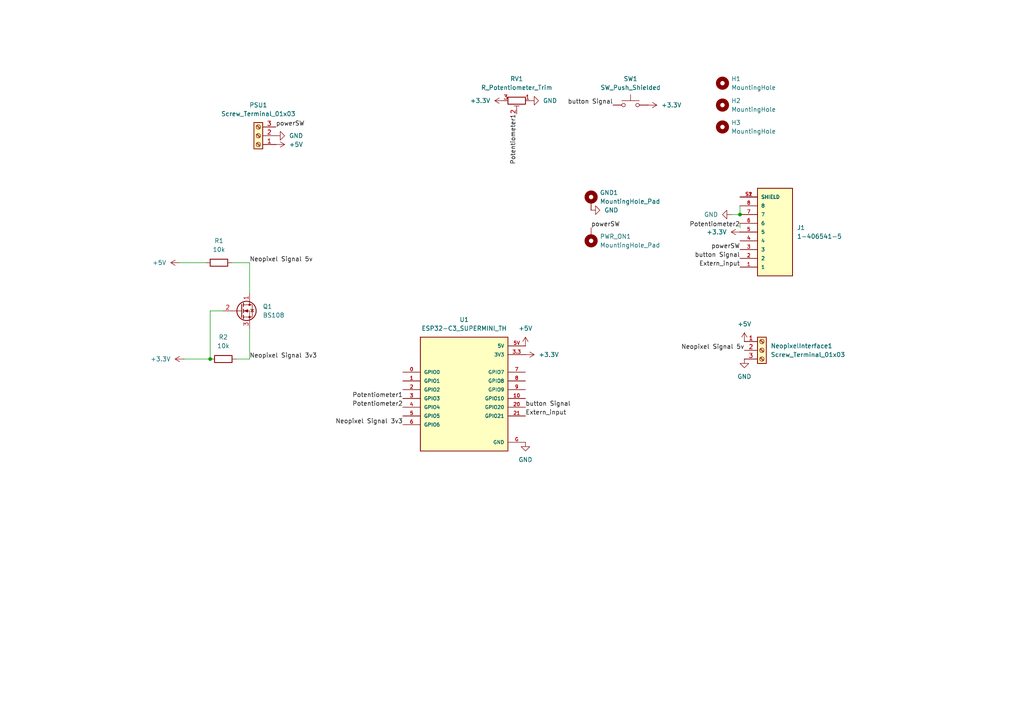
<source format=kicad_sch>
(kicad_sch (version 20231120) (generator "eeschema") (generator_version "8.0")
  (paper "A4")
  (lib_symbols
    (symbol "Connector:Screw_Terminal_01x03" (pin_names (offset 1.016) hide)
      (property "Reference" "J" (at 0 5.08 0))
      (property "Value" "Screw_Terminal_01x03" (at 0 -5.08 0))
      (symbol "Screw_Terminal_01x03_1_1"
        (rectangle (start -1.27 3.81) (end 1.27 -3.81) (stroke (width 0.254)) (fill (type background)))
        (circle (center 0 -2.54) (radius 0.635) (stroke (width 0.1524)))
        (polyline (pts (xy -0.5334 -2.2098) (xy 0.3302 -3.048)) (stroke (width 0.1524)))
        (polyline (pts (xy -0.5334 0.3302) (xy 0.3302 -0.508)) (stroke (width 0.1524)))
        (polyline (pts (xy -0.5334 2.8702) (xy 0.3302 2.032)) (stroke (width 0.1524)))
        (polyline (pts (xy -0.3556 -2.032) (xy 0.508 -2.8702)) (stroke (width 0.1524)))
        (polyline (pts (xy -0.3556 0.508) (xy 0.508 -0.3302)) (stroke (width 0.1524)))
        (polyline (pts (xy -0.3556 3.048) (xy 0.508 2.2098)) (stroke (width 0.1524)))
        (circle (center 0 0) (radius 0.635) (stroke (width 0.1524)))
        (circle (center 0 2.54) (radius 0.635) (stroke (width 0.1524)))
        (pin passive line (at -5.08 2.54 0) (length 3.81) (name "Pin_1") (number "1"))
        (pin passive line (at -5.08 0 0) (length 3.81) (name "Pin_2") (number "2"))
        (pin passive line (at -5.08 -2.54 0) (length 3.81) (name "Pin_3") (number "3"))
      )
    )
    (symbol "Device:R" (pin_numbers hide) (pin_names (offset 0))
      (property "Reference" "R" (at 2.032 0 90))
      (property "Value" "R" (at 0 0 90))
      (symbol "R_0_1"
        (rectangle (start -1.016 -2.54) (end 1.016 2.54) (stroke (width 0.254)))
      )
      (symbol "R_1_1"
        (pin passive line (at 0 3.81 270) (length 1.27) (name "~") (number "1"))
        (pin passive line (at 0 -3.81 90) (length 1.27) (name "~") (number "2"))
      )
    )
    (symbol "Device:R_Potentiometer_Trim" (pin_names (offset 1.016) hide)
      (property "Reference" "RV" (at -4.445 0 90))
      (property "Value" "R_Potentiometer_Trim" (at -2.54 0 90))
      (symbol "R_Potentiometer_Trim_0_1"
        (polyline (pts (xy 1.524 0.762) (xy 1.524 -0.762)))
        (polyline (pts (xy 2.54 0) (xy 1.524 0)))
        (rectangle (start 1.016 2.54) (end -1.016 -2.54) (stroke (width 0.254)))
      )
      (symbol "R_Potentiometer_Trim_1_1"
        (pin passive line (at 0 3.81 270) (length 1.27) (name "1") (number "1"))
        (pin passive line (at 3.81 0 180) (length 1.27) (name "2") (number "2"))
        (pin passive line (at 0 -3.81 90) (length 1.27) (name "3") (number "3"))
      )
    )
    (symbol "ESP32-C3_SUPERMINI_TH:ESP32-C3_SUPERMINI_TH" (pin_names (offset 1.016))
      (property "Reference" "U" (at -12.7 16.002 0))
      (property "Value" "ESP32-C3_SUPERMINI_TH" (at -12.7 -20.32 0))
      (symbol "ESP32-C3_SUPERMINI_TH_0_0"
        (rectangle (start -12.7 -17.78) (end 12.7 15.24) (stroke (width 0.254)) (fill (type background)))
        (pin bidirectional line (at -17.78 5.08 0) (length 5.08) (name "GPIO0") (number "0"))
        (pin bidirectional line (at -17.78 2.54 0) (length 5.08) (name "GPIO1") (number "1"))
        (pin bidirectional line (at 17.78 -2.54 180) (length 5.08) (name "GPIO10") (number "10"))
        (pin bidirectional line (at -17.78 0 0) (length 5.08) (name "GPIO2") (number "2"))
        (pin bidirectional line (at 17.78 -5.08 180) (length 5.08) (name "GPIO20") (number "20"))
        (pin bidirectional line (at 17.78 -7.62 180) (length 5.08) (name "GPIO21") (number "21"))
        (pin bidirectional line (at -17.78 -2.54 0) (length 5.08) (name "GPIO3") (number "3"))
        (pin power_in line (at 17.78 10.16 180) (length 5.08) (name "3V3") (number "3.3"))
        (pin bidirectional line (at -17.78 -5.08 0) (length 5.08) (name "GPIO4") (number "4"))
        (pin bidirectional line (at -17.78 -7.62 0) (length 5.08) (name "GPIO5") (number "5"))
        (pin power_in line (at 17.78 12.7 180) (length 5.08) (name "5V") (number "5V"))
        (pin bidirectional line (at -17.78 -10.16 0) (length 5.08) (name "GPIO6") (number "6"))
        (pin bidirectional line (at 17.78 5.08 180) (length 5.08) (name "GPIO7") (number "7"))
        (pin bidirectional line (at 17.78 2.54 180) (length 5.08) (name "GPIO8") (number "8"))
        (pin bidirectional line (at 17.78 0 180) (length 5.08) (name "GPIO9") (number "9"))
        (pin power_in line (at 17.78 -15.24 180) (length 5.08) (name "GND") (number "G"))
      )
    )
    (symbol "Ethernet Jack:1-406541-5" (pin_names (offset 1.016))
      (property "Reference" "J" (at -4.8273 13.9736 0))
      (property "Value" "1-406541-5" (at -5.0832 -15.2498 0))
      (symbol "1-406541-5_0_0"
        (rectangle (start -5.08 -12.7) (end 5.08 12.7) (stroke (width 0.254)) (fill (type background)))
        (pin passive line (at 10.16 10.16 180) (length 5.08) (name "1") (number "1"))
        (pin passive line (at 10.16 7.62 180) (length 5.08) (name "2") (number "2"))
        (pin passive line (at 10.16 5.08 180) (length 5.08) (name "3") (number "3"))
        (pin passive line (at 10.16 2.54 180) (length 5.08) (name "4") (number "4"))
        (pin passive line (at 10.16 0 180) (length 5.08) (name "5") (number "5"))
        (pin passive line (at 10.16 -2.54 180) (length 5.08) (name "6") (number "6"))
        (pin passive line (at 10.16 -5.08 180) (length 5.08) (name "7") (number "7"))
        (pin passive line (at 10.16 -7.62 180) (length 5.08) (name "8") (number "8"))
        (pin passive line (at 10.16 -10.16 180) (length 5.08) (name "SHIELD") (number "S1"))
        (pin passive line (at 10.16 -10.16 180) (length 5.08) (name "SHIELD") (number "S2"))
      )
    )
    (symbol "Mechanical:MountingHole" (pin_names (offset 1.016)) (exclude_from_sim yes) (in_bom no)
      (property "Reference" "H" (at 0 5.08 0))
      (property "Value" "MountingHole" (at 0 3.175 0))
      (symbol "MountingHole_0_1"
        (circle (center 0 0) (radius 1.27) (stroke (width 1.27)))
      )
    )
    (symbol "Mechanical:MountingHole_Pad" (pin_numbers hide) (pin_names (offset 1.016) hide) (exclude_from_sim yes) (in_bom no)
      (property "Reference" "H" (at 0 6.35 0))
      (property "Value" "MountingHole_Pad" (at 0 4.445 0))
      (symbol "MountingHole_Pad_0_1"
        (circle (center 0 1.27) (radius 1.27) (stroke (width 1.27)))
      )
      (symbol "MountingHole_Pad_1_1"
        (pin input line (at 0 -2.54 90) (length 2.54) (name "1") (number "1"))
      )
    )
    (symbol "Switch:SW_Push" (pin_numbers hide) (pin_names (offset 1.016) hide)
      (property "Reference" "SW" (at 1.27 2.54 0))
      (property "Value" "SW_Push" (at 0 -1.524 0))
      (symbol "SW_Push_0_1"
        (circle (center -2.032 0) (radius 0.508))
        (polyline (pts (xy 0 1.27) (xy 0 3.048)))
        (polyline (pts (xy 2.54 1.27) (xy -2.54 1.27)))
        (circle (center 2.032 0) (radius 0.508))
        (pin passive line (at -5.08 0 0) (length 2.54) (name "1") (number "1"))
        (pin passive line (at 5.08 0 180) (length 2.54) (name "2") (number "2"))
      )
    )
    (symbol "Transistor_FET:BS108" (pin_names hide)
      (property "Reference" "Q" (at 5.08 1.905 0))
      (property "Value" "BS108" (at 5.08 0 0))
      (symbol "BS108_0_1"
        (polyline (pts (xy 0.254 0) (xy -2.54 0)))
        (polyline (pts (xy 0.254 1.905) (xy 0.254 -1.905)) (stroke (width 0.254)))
        (polyline (pts (xy 0.762 -1.27) (xy 0.762 -2.286)) (stroke (width 0.254)))
        (polyline (pts (xy 0.762 0.508) (xy 0.762 -0.508)) (stroke (width 0.254)))
        (polyline (pts (xy 0.762 2.286) (xy 0.762 1.27)) (stroke (width 0.254)))
        (polyline (pts (xy 2.54 2.54) (xy 2.54 1.778)))
        (polyline (pts (xy 2.54 -2.54) (xy 2.54 0) (xy 0.762 0)))
        (polyline (pts (xy 0.762 -1.778) (xy 3.302 -1.778) (xy 3.302 1.778) (xy 0.762 1.778)))
        (polyline (pts (xy 1.016 0) (xy 2.032 0.381) (xy 2.032 -0.381) (xy 1.016 0)) (fill (type outline)))
        (polyline (pts (xy 2.794 0.508) (xy 2.921 0.381) (xy 3.683 0.381) (xy 3.81 0.254)))
        (polyline (pts (xy 3.302 0.381) (xy 2.921 -0.254) (xy 3.683 -0.254) (xy 3.302 0.381)))
        (circle (center 1.651 0) (radius 2.794) (stroke (width 0.254)))
        (circle (center 2.54 -1.778) (radius 0.254) (fill (type outline)))
        (circle (center 2.54 1.778) (radius 0.254) (fill (type outline)))
      )
      (symbol "BS108_1_1"
        (pin passive line (at 2.54 5.08 270) (length 2.54) (name "D") (number "1"))
        (pin input line (at -5.08 0 0) (length 2.54) (name "G") (number "2"))
        (pin passive line (at 2.54 -5.08 90) (length 2.54) (name "S") (number "3"))
      )
    )
    (symbol "power:+3.3V" (power) (pin_numbers hide) (pin_names (offset 0) hide)
      (property "Value" "+3.3V" (at 0 3.556 0))
      (symbol "+3.3V_0_1"
        (polyline (pts (xy -0.762 1.27) (xy 0 2.54)))
        (polyline (pts (xy 0 0) (xy 0 2.54)))
        (polyline (pts (xy 0 2.54) (xy 0.762 1.27)))
      )
      (symbol "+3.3V_1_1"
        (pin power_in line (at 0 0 90) (length 0) (name "~") (number "1"))
      )
    )
    (symbol "power:+5V" (power) (pin_numbers hide) (pin_names (offset 0) hide)
      (property "Value" "+5V" (at 0 3.556 0))
      (symbol "+5V_0_1"
        (polyline (pts (xy -0.762 1.27) (xy 0 2.54)))
        (polyline (pts (xy 0 0) (xy 0 2.54)))
        (polyline (pts (xy 0 2.54) (xy 0.762 1.27)))
      )
      (symbol "+5V_1_1"
        (pin power_in line (at 0 0 90) (length 0) (name "~") (number "1"))
      )
    )
    (symbol "power:GND" (power) (pin_numbers hide) (pin_names (offset 0) hide)
      (property "Value" "GND" (at 0 -3.81 0))
      (symbol "GND_0_1"
        (polyline (pts (xy 0 0) (xy 0 -1.27) (xy 1.27 -1.27) (xy 0 -2.54) (xy -1.27 -1.27) (xy 0 -1.27)))
      )
      (symbol "GND_1_1"
        (pin power_in line (at 0 0 270) (length 0) (name "~") (number "1"))
      )
    )
  )
  (junction (at 214.63 62.23))
  (junction (at 60.96 104.14))
  (wire (pts (xy 72.39 95.25) (xy 72.39 104.14)))
  (wire (pts (xy 214.63 62.23) (xy 214.63 59.69)))
  (wire (pts (xy 212.09 62.23) (xy 214.63 62.23)))
  (wire (pts (xy 52.07 76.2) (xy 59.69 76.2)))
  (wire (pts (xy 53.34 104.14) (xy 60.96 104.14)))
  (wire (pts (xy 60.96 90.17) (xy 60.96 104.14)))
  (wire (pts (xy 67.31 76.2) (xy 72.39 76.2)))
  (wire (pts (xy 68.58 104.14) (xy 72.39 104.14)))
  (wire (pts (xy 72.39 76.2) (xy 72.39 85.09)))
  (wire (pts (xy 64.77 90.17) (xy 60.96 90.17)))
  (wire (pts (xy 214.63 66.04) (xy 214.63 64.77)))
  (label "Neopixel Signal 5v" (at 72.39 76.2 0))
  (label "Extern_input" (at 152.4 120.65 0))
  (label "Potentiometer2" (at 116.84 118.11 180))
  (label "button Signal" (at 177.8 30.48 180))
  (label "powerSW" (at 171.45 66.04 0))
  (label "button Signal" (at 152.4 118.11 0))
  (label "powerSW" (at 80.01 36.83 0))
  (label "button Signal" (at 214.63 74.93 180))
  (label "Neopixel Signal 3v3" (at 116.84 123.19 180))
  (label "powerSW" (at 214.63 72.39 180))
  (label "Potentiometer2" (at 214.63 66.04 180))
  (label "Neopixel Signal 3v3" (at 72.39 104.14 0))
  (label "Neopixel Signal 5v" (at 215.9 101.6 180))
  (label "Potentiometer1" (at 149.86 33.02 270))
  (label "Potentiometer1" (at 116.84 115.57 180))
  (label "Extern_input" (at 214.63 77.47 180))
  (symbol (lib_id "power:+3.3V") (at 214.63 67.31 90) (unit 1)
    (property "Reference" "#PWR09" (effects (hide yes)))
    (property "Value" "+3.3V" (at 210.82 67.3099 90) (effects (justify left)))
    (property "Description" "Power symbol creates a global label with name \"+3.3V\"" (effects (hide yes)))
  )
  (symbol (lib_id "Device:R_Potentiometer_Trim") (at 149.86 29.21 270) (unit 1)
    (property "Reference" "RV1" (at 149.86 22.86 90))
    (property "Value" "R_Potentiometer_Trim" (at 149.86 25.4 90))
    (property "Footprint" "Ethernet Jack:vertical pot" (effects (hide yes)))
    (property "Description" "Trim-potentiometer" (effects (hide yes)))
  )
  (symbol (lib_id "power:GND") (at 152.4 128.27 0) (unit 1)
    (property "Reference" "#PWR03" (effects (hide yes)))
    (property "Value" "GND" (at 152.4 133.35 0))
    (property "Description" "Power symbol creates a global label with name \"GND\" , ground" (effects (hide yes)))
  )
  (symbol (lib_id "Mechanical:MountingHole") (at 209.55 30.48 0) (unit 1) (exclude_from_sim yes) (in_bom no)
    (property "Reference" "H2" (at 212.09 29.2099 0) (effects (justify left)))
    (property "Value" "MountingHole" (at 212.09 31.7499 0) (effects (justify left)))
    (property "Footprint" "MountingHole:MountingHole_3.2mm_M3" (effects (hide yes)))
    (property "Description" "Mounting Hole without connection" (effects (hide yes)))
  )
  (symbol (lib_id "power:GND") (at 212.09 62.23 270) (unit 1)
    (property "Reference" "#PWR04" (effects (hide yes)))
    (property "Value" "GND" (at 208.28 62.2299 90) (effects (justify right)))
    (property "Description" "Power symbol creates a global label with name \"GND\" , ground" (effects (hide yes)))
  )
  (symbol (lib_id "power:GND") (at 215.9 104.14 0) (unit 1)
    (property "Reference" "#PWR05" (effects (hide yes)))
    (property "Value" "GND" (at 215.9 109.22 0))
    (property "Description" "Power symbol creates a global label with name \"GND\" , ground" (effects (hide yes)))
  )
  (symbol (lib_id "power:+5V") (at 52.07 76.2 90) (unit 1)
    (property "Reference" "#PWR013" (effects (hide yes)))
    (property "Value" "+5V" (at 48.26 76.1999 90) (effects (justify left)))
    (property "Description" "Power symbol creates a global label with name \"+5V\"" (effects (hide yes)))
  )
  (symbol (lib_id "Connector:Screw_Terminal_01x03") (at 220.98 101.6 0) (unit 1)
    (property "Reference" "NeopixelInterface1" (at 223.52 100.3299 0) (effects (justify left)))
    (property "Value" "Screw_Terminal_01x03" (at 223.52 102.8699 0) (effects (justify left)))
    (property "Footprint" "TerminalBlock:TerminalBlock_MaiXu_MX126-5.0-03P_1x03_P5.00mm" (effects (hide yes)))
    (property "Description" "Generic screw terminal, single row, 01x03, script generated (kicad-library-utils/schlib/autogen/connector/)" (effects (hide yes)))
  )
  (symbol (lib_id "power:+3.3V") (at 146.05 29.21 90) (unit 1)
    (property "Reference" "#PWR07" (effects (hide yes)))
    (property "Value" "+3.3V" (at 142.24 29.2099 90) (effects (justify left)))
    (property "Description" "Power symbol creates a global label with name \"+3.3V\"" (effects (hide yes)))
  )
  (symbol (lib_id "ESP32-C3_SUPERMINI_TH:ESP32-C3_SUPERMINI_TH") (at 134.62 113.03 0) (unit 1)
    (property "Reference" "U1" (at 134.62 92.71 0))
    (property "Value" "ESP32-C3_SUPERMINI_TH" (at 134.62 95.25 0))
    (property "Footprint" "ESP32-C3:MODULE_ESP32-C3_SUPERMINI" (effects (hide yes)))
    (property "MF" "Espressif Systems" (effects (hide yes)))
    (property "MAXIMUM_PACKAGE_HEIGHT" "4.2mm" (effects (hide yes)))
    (property "Package" "Package" (effects (hide yes)))
    (property "Price" "None" (effects (hide yes)))
    (property "Check_prices" "https://www.snapeda.com/parts/ESP32-C3%20SuperMini_TH/Espressif+Systems/view-part/?ref=eda" (effects (hide yes)))
    (property "STANDARD" "Manufacturer Recommendations" (effects (hide yes)))
    (property "SnapEDA_Link" "https://www.snapeda.com/parts/ESP32-C3%20SuperMini_TH/Espressif+Systems/view-part/?ref=snap" (effects (hide yes)))
    (property "MP" "ESP32-C3 SuperMini_TH" (effects (hide yes)))
    (property "Description_1" "\n                        \n                            Super tiny ESP32-C3 board\n                        \n" (effects (hide yes)))
    (property "Availability" "Not in stock" (effects (hide yes)))
    (property "MANUFACTURER" "Espressif" (effects (hide yes)))
  )
  (symbol (lib_id "Mechanical:MountingHole") (at 209.55 24.13 0) (unit 1) (exclude_from_sim yes) (in_bom no)
    (property "Reference" "H1" (at 212.09 22.8599 0) (effects (justify left)))
    (property "Value" "MountingHole" (at 212.09 25.3999 0) (effects (justify left)))
    (property "Footprint" "MountingHole:MountingHole_3.2mm_M3" (effects (hide yes)))
    (property "Description" "Mounting Hole without connection" (effects (hide yes)))
  )
  (symbol (lib_id "power:GND") (at 80.01 39.37 90) (unit 1)
    (property "Reference" "#PWR011" (effects (hide yes)))
    (property "Value" "GND" (at 83.82 39.3699 90) (effects (justify right)))
    (property "Description" "Power symbol creates a global label with name \"GND\" , ground" (effects (hide yes)))
  )
  (symbol (lib_id "Mechanical:MountingHole_Pad") (at 171.45 68.58 180) (unit 1) (exclude_from_sim yes) (in_bom no)
    (property "Reference" "PWR_ON1" (at 173.99 68.5799 0) (effects (justify right)))
    (property "Value" "MountingHole_Pad" (at 173.99 71.1199 0) (effects (justify right)))
    (property "Footprint" "Connector_Pin:Pin_D1.4mm_L8.5mm_W2.8mm_FlatFork" (effects (hide yes)))
    (property "Description" "Mounting Hole with connection" (effects (hide yes)))
  )
  (symbol (lib_id "Mechanical:MountingHole") (at 209.55 36.83 0) (unit 1) (exclude_from_sim yes) (in_bom no)
    (property "Reference" "H3" (at 212.09 35.5599 0) (effects (justify left)))
    (property "Value" "MountingHole" (at 212.09 38.0999 0) (effects (justify left)))
    (property "Footprint" "MountingHole:MountingHole_3.2mm_M3" (effects (hide yes)))
    (property "Description" "Mounting Hole without connection" (effects (hide yes)))
  )
  (symbol (lib_id "power:+3.3V") (at 53.34 104.14 90) (unit 1)
    (property "Reference" "#PWR015" (effects (hide yes)))
    (property "Value" "+3.3V" (at 49.53 104.1399 90) (effects (justify left)))
    (property "Description" "Power symbol creates a global label with name \"+3.3V\"" (effects (hide yes)))
  )
  (symbol (lib_id "Ethernet Jack:1-406541-5") (at 224.79 67.31 180) (unit 1)
    (property "Reference" "J1" (at 231.14 66.0399 0) (effects (justify right)))
    (property "Value" "1-406541-5" (at 231.14 68.5799 0) (effects (justify right)))
    (property "Footprint" "Ethernet Jack:TE_1-406541-5" (effects (hide yes)))
    (property "Comment" "1-406541-5" (effects (hide yes)))
    (property "MF" "TE Connectivity" (effects (hide yes)))
    (property "Description_1" "\n                        \n                            Modular Jack Connector, RJ Type, 8-Position, 1 Port, Cat5, Right Angle, Black | TE Connectivity 1-406541-5\n                        \n" (effects (hide yes)))
    (property "Package" "None" (effects (hide yes)))
    (property "Price" "None" (effects (hide yes)))
    (property "Check_prices" "https://www.snapeda.com/parts/1-406541-5/TE+Connectivity+AMP+Connectors/view-part/?ref=eda" (effects (hide yes)))
    (property "STANDARD" "manufacturer recommendations" (effects (hide yes)))
    (property "PARTREV" "R" (effects (hide yes)))
    (property "SnapEDA_Link" "https://www.snapeda.com/parts/1-406541-5/TE+Connectivity+AMP+Connectors/view-part/?ref=snap" (effects (hide yes)))
    (property "MP" "1-406541-5" (effects (hide yes)))
    (property "Availability" "In Stock" (effects (hide yes)))
    (property "MANUFACTURER" "TE CONNECTIVITY" (effects (hide yes)))
  )
  (symbol (lib_id "power:GND") (at 171.45 60.96 90) (unit 1)
    (property "Reference" "#PWR012" (effects (hide yes)))
    (property "Value" "GND" (at 175.26 60.9599 90) (effects (justify right)))
    (property "Description" "Power symbol creates a global label with name \"GND\" , ground" (effects (hide yes)))
  )
  (symbol (lib_id "power:+5V") (at 80.01 41.91 270) (unit 1)
    (property "Reference" "#PWR014" (effects (hide yes)))
    (property "Value" "+5V" (at 83.82 41.9099 90) (effects (justify left)))
    (property "Description" "Power symbol creates a global label with name \"+5V\"" (effects (hide yes)))
  )
  (symbol (lib_id "power:+3.3V") (at 152.4 102.87 270) (unit 1)
    (property "Reference" "#PWR02" (effects (hide yes)))
    (property "Value" "+3.3V" (at 156.21 102.8699 90) (effects (justify left)))
    (property "Description" "Power symbol creates a global label with name \"+3.3V\"" (effects (hide yes)))
  )
  (symbol (lib_id "power:+5V") (at 152.4 100.33 0) (unit 1)
    (property "Reference" "#PWR01" (effects (hide yes)))
    (property "Value" "+5V" (at 152.4 95.25 0))
    (property "Description" "Power symbol creates a global label with name \"+5V\"" (effects (hide yes)))
  )
  (symbol (lib_id "power:+3.3V") (at 187.96 30.48 270) (unit 1)
    (property "Reference" "#PWR010" (effects (hide yes)))
    (property "Value" "+3.3V" (at 191.77 30.4799 90) (effects (justify left)))
    (property "Description" "Power symbol creates a global label with name \"+3.3V\"" (effects (hide yes)))
  )
  (symbol (lib_id "Device:R") (at 64.77 104.14 270) (unit 1)
    (property "Reference" "R2" (at 64.77 97.79 90))
    (property "Value" "10k" (at 64.77 100.33 90))
    (property "Footprint" "Resistor_THT:R_Axial_DIN0204_L3.6mm_D1.6mm_P7.62mm_Horizontal" (effects (hide yes)))
    (property "Description" "Resistor" (effects (hide yes)))
  )
  (symbol (lib_id "Switch:SW_Push") (at 182.88 30.48 0) (unit 1)
    (property "Reference" "SW1" (at 182.88 22.86 0))
    (property "Value" "SW_Push_Shielded" (at 182.88 25.4 0))
    (property "Footprint" "Button_Switch_THT:SW_Tactile_SPST_Angled_PTS645Vx31-2LFS" (effects (hide yes)))
    (property "Description" "Push button switch, generic, two pins" (effects (hide yes)))
  )
  (symbol (lib_id "Connector:Screw_Terminal_01x03") (at 74.93 39.37 180) (unit 1)
    (property "Reference" "PSU1" (at 74.93 30.48 0))
    (property "Value" "Screw_Terminal_01x03" (at 74.93 33.02 0))
    (property "Footprint" "TerminalBlock:TerminalBlock_MaiXu_MX126-5.0-03P_1x03_P5.00mm" (effects (hide yes)))
    (property "Description" "Generic screw terminal, single row, 01x03, script generated (kicad-library-utils/schlib/autogen/connector/)" (effects (hide yes)))
  )
  (symbol (lib_id "power:GND") (at 153.67 29.21 90) (unit 1)
    (property "Reference" "#PWR06" (effects (hide yes)))
    (property "Value" "GND" (at 157.48 29.2099 90) (effects (justify right)))
    (property "Description" "Power symbol creates a global label with name \"GND\" , ground" (effects (hide yes)))
  )
  (symbol (lib_id "Device:R") (at 63.5 76.2 270) (unit 1)
    (property "Reference" "R1" (at 63.5 69.85 90))
    (property "Value" "10k" (at 63.5 72.39 90))
    (property "Footprint" "Resistor_THT:R_Axial_DIN0204_L3.6mm_D1.6mm_P7.62mm_Horizontal" (effects (hide yes)))
    (property "Description" "Resistor" (effects (hide yes)))
  )
  (symbol (lib_id "Transistor_FET:BS108") (at 69.85 90.17 0) (unit 1)
    (property "Reference" "Q1" (at 76.2 88.8999 0) (effects (justify left)))
    (property "Value" "BS108" (at 76.2 91.4399 0) (effects (justify left)))
    (property "Footprint" "Package_TO_SOT_THT:TO-92_Inline" (effects (hide yes)))
    (property "Datasheet" "http://www.redrok.com/MOSFET_BS108_200V_250mA_8O_Vth1.5_TO-92.PDF" (effects (hide yes)))
    (property "Description" "0.25A Id, 200V Vds, N-Channel MOSFET, TO-92" (effects (hide yes)))
  )
  (symbol (lib_id "Mechanical:MountingHole_Pad") (at 171.45 58.42 0) (unit 1) (exclude_from_sim yes) (in_bom no)
    (property "Reference" "GND1" (at 173.99 55.8799 0) (effects (justify left)))
    (property "Value" "MountingHole_Pad" (at 173.99 58.4199 0) (effects (justify left)))
    (property "Footprint" "Connector_Pin:Pin_D1.4mm_L8.5mm_W2.8mm_FlatFork" (effects (hide yes)))
    (property "Description" "Mounting Hole with connection" (effects (hide yes)))
  )
  (symbol (lib_id "power:+5V") (at 215.9 99.06 0) (unit 1)
    (property "Reference" "#PWR08" (effects (hide yes)))
    (property "Value" "+5V" (at 215.9 93.98 0))
    (property "Description" "Power symbol creates a global label with name \"+5V\"" (effects (hide yes)))
  )
)
</source>
